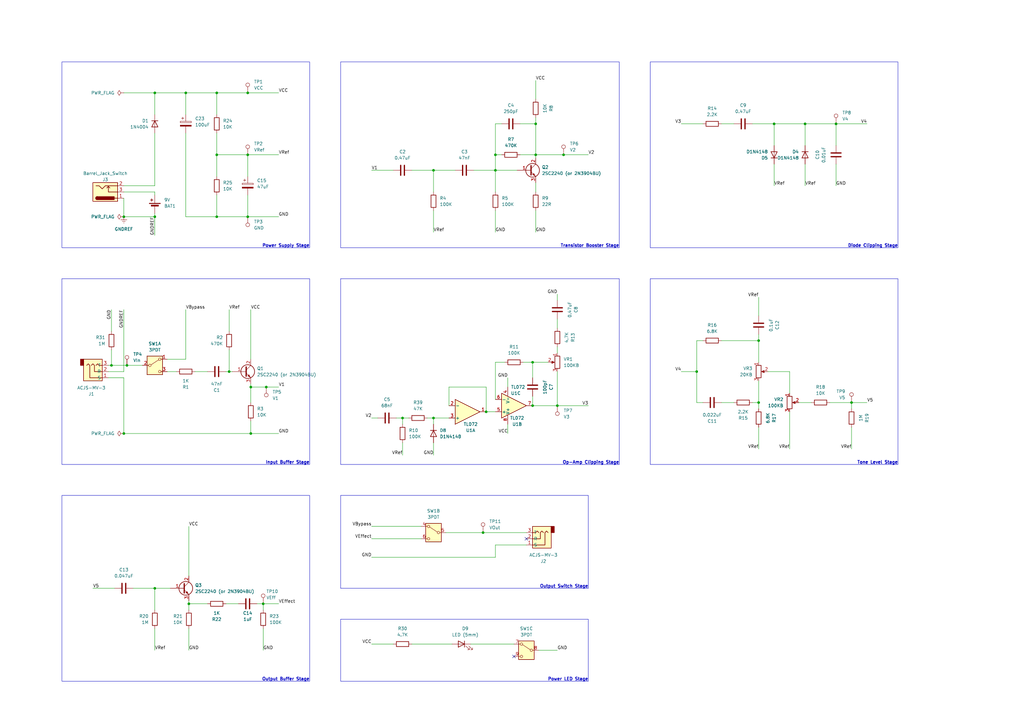
<source format=kicad_sch>
(kicad_sch (version 20230121) (generator eeschema)
  (paper "A3")
  (lib_symbols
    (symbol "Amplifier_Operational:TL072" (pin_names (offset 0.127))
      (property "Reference" "U" (at 0 5.08 0))
      (property "Value" "TL072" (at 0 -5.08 0))
      (symbol "TL072_1_1"
        (polyline (pts (xy -5.08 5.08) (xy 5.08 0) (xy -5.08 -5.08) (xy -5.08 5.08)) (stroke (width 0.254)) (fill (type background)))
        (pin output line (at 7.62 0 180) (length 2.54) (name "~") (number "1"))
        (pin input line (at -7.62 -2.54 0) (length 2.54) (name "-") (number "2"))
        (pin input line (at -7.62 2.54 0) (length 2.54) (name "+") (number "3"))
      )
      (symbol "TL072_2_1"
        (polyline (pts (xy -5.08 5.08) (xy 5.08 0) (xy -5.08 -5.08) (xy -5.08 5.08)) (stroke (width 0.254)) (fill (type background)))
        (pin input line (at -7.62 2.54 0) (length 2.54) (name "+") (number "5"))
        (pin input line (at -7.62 -2.54 0) (length 2.54) (name "-") (number "6"))
        (pin output line (at 7.62 0 180) (length 2.54) (name "~") (number "7"))
      )
      (symbol "TL072_3_1"
        (pin power_in line (at -2.54 -7.62 90) (length 3.81) (name "V-") (number "4"))
        (pin power_in line (at -2.54 7.62 270) (length 3.81) (name "V+") (number "8"))
      )
    )
    (symbol "Connector:Barrel_Jack_Switch" (pin_names hide)
      (property "Reference" "J" (at 0 5.334 0))
      (property "Value" "Barrel_Jack_Switch" (at 0 -5.08 0))
      (symbol "Barrel_Jack_Switch_0_1"
        (rectangle (start -5.08 3.81) (end 5.08 -3.81) (stroke (width 0.254)) (fill (type background)))
        (arc (start -3.302 3.175) (mid -3.9343 2.54) (end -3.302 1.905) (stroke (width 0.254)))
        (arc (start -3.302 3.175) (mid -3.9343 2.54) (end -3.302 1.905) (stroke (width 0.254)) (fill (type outline)))
        (polyline (pts (xy 1.27 -2.286) (xy 1.905 -1.651)) (stroke (width 0.254)))
        (polyline (pts (xy 5.08 2.54) (xy 3.81 2.54)) (stroke (width 0.254)))
        (polyline (pts (xy 5.08 0) (xy 1.27 0) (xy 1.27 -2.286) (xy 0.635 -1.651)) (stroke (width 0.254)))
        (polyline (pts (xy -3.81 -2.54) (xy -2.54 -2.54) (xy -1.27 -1.27) (xy 0 -2.54) (xy 2.54 -2.54) (xy 5.08 -2.54)) (stroke (width 0.254)))
        (rectangle (start 3.683 3.175) (end -3.302 1.905) (stroke (width 0.254)) (fill (type outline)))
      )
      (symbol "Barrel_Jack_Switch_1_1"
        (pin passive line (at 7.62 2.54 180) (length 2.54) (name "~") (number "1"))
        (pin passive line (at 7.62 -2.54 180) (length 2.54) (name "~") (number "2"))
        (pin passive line (at 7.62 0 180) (length 2.54) (name "~") (number "3"))
      )
    )
    (symbol "Connector:TestPoint" (pin_numbers hide) (pin_names (offset 0.762) hide)
      (property "Reference" "TP" (at 0 6.858 0))
      (property "Value" "TestPoint" (at 0 5.08 0))
      (symbol "TestPoint_0_1"
        (circle (center 0 3.302) (radius 0.762))
      )
      (symbol "TestPoint_1_1"
        (pin passive line (at 0 0 90) (length 2.54) (name "1") (number "1"))
      )
    )
    (symbol "CustomSymbols:AudioJack3"
      (property "Reference" "J4" (at -1.905 8.89 0))
      (property "Value" "ACJS-MV-3" (at -1.905 6.35 0))
      (symbol "AudioJack3_0_1"
        (rectangle (start -5.08 -5.08) (end -6.35 -2.54) (stroke (width 0.254)) (fill (type outline)))
        (polyline (pts (xy 0 -2.54) (xy 0.635 -3.175) (xy 1.27 -2.54) (xy 2.54 -2.54)) (stroke (width 0.254)))
        (polyline (pts (xy -1.905 -2.54) (xy -1.27 -3.175) (xy -0.635 -2.54) (xy -0.635 0) (xy 2.54 0)) (stroke (width 0.254)))
        (polyline (pts (xy 2.54 2.54) (xy -2.54 2.54) (xy -2.54 -2.54) (xy -3.175 -3.175) (xy -3.81 -2.54)) (stroke (width 0.254)))
        (rectangle (start 2.54 3.81) (end -5.08 -5.08) (stroke (width 0.254)) (fill (type background)))
      )
      (symbol "AudioJack3_1_1"
        (pin passive line (at 5.08 2.54 180) (length 2.54) (name "S") (number "1"))
        (pin passive line (at 5.08 0 180) (length 2.54) (name "R") (number "2"))
        (pin passive line (at 5.08 -2.54 180) (length 2.54) (name "T") (number "3"))
      )
    )
    (symbol "CustomSymbols:Switch_3PDT_THT"
      (property "Reference" "SW" (at 0 5.08 0))
      (property "Value" "3PDT" (at 0 -5.08 0))
      (symbol "Switch_3PDT_THT_0_0"
        (circle (center -2.032 0) (radius 0.508))
        (circle (center 2.032 -2.54) (radius 0.508))
      )
      (symbol "Switch_3PDT_THT_0_1"
        (rectangle (start -3.175 3.81) (end 3.175 -3.81) (stroke (width 0.254)) (fill (type background)))
        (polyline (pts (xy -1.524 0.254) (xy 1.5748 2.286)))
        (circle (center 2.032 2.54) (radius 0.508))
      )
      (symbol "Switch_3PDT_THT_1_1"
        (pin passive line (at 5.08 2.54 180) (length 2.54) (name "~") (number "1"))
        (pin passive line (at -5.08 0 0) (length 2.54) (name "~") (number "2"))
        (pin passive line (at 5.08 -2.54 180) (length 2.54) (name "~") (number "3"))
      )
      (symbol "Switch_3PDT_THT_2_0"
        (pin passive line (at 5.08 2.54 180) (length 2.54) (name "~") (number "4"))
        (pin passive line (at -5.08 0 0) (length 2.54) (name "~") (number "5"))
        (pin passive line (at 5.08 -2.54 180) (length 2.54) (name "~") (number "6"))
      )
      (symbol "Switch_3PDT_THT_3_0"
        (pin passive line (at 5.08 2.54 180) (length 2.54) (name "~") (number "7"))
        (pin passive line (at -5.08 0 0) (length 2.54) (name "~") (number "8"))
        (pin passive line (at 5.08 -2.54 180) (length 2.54) (name "~") (number "9"))
      )
    )
    (symbol "Device:Battery_Cell" (pin_numbers hide) (pin_names (offset 0) hide)
      (property "Reference" "BT" (at 2.54 2.54 0))
      (property "Value" "Battery_Cell" (at 2.54 0 0))
      (symbol "Battery_Cell_0_1"
        (rectangle (start -2.286 1.778) (end 2.286 1.524) (fill (type outline)))
        (rectangle (start -1.524 1.016) (end 1.524 0.508) (fill (type outline)))
        (polyline (pts (xy 0 0.762) (xy 0 0)))
        (polyline (pts (xy 0 1.778) (xy 0 2.54)))
        (polyline (pts (xy 0.762 3.048) (xy 1.778 3.048)) (stroke (width 0.254)))
        (polyline (pts (xy 1.27 3.556) (xy 1.27 2.54)) (stroke (width 0.254)))
      )
      (symbol "Battery_Cell_1_1"
        (pin passive line (at 0 5.08 270) (length 2.54) (name "+") (number "1"))
        (pin passive line (at 0 -2.54 90) (length 2.54) (name "-") (number "2"))
      )
    )
    (symbol "Device:C" (pin_numbers hide) (pin_names (offset 0.254))
      (property "Reference" "C" (at 0.635 2.54 0))
      (property "Value" "C" (at 0.635 -2.54 0))
      (symbol "C_0_1"
        (polyline (pts (xy -2.032 -0.762) (xy 2.032 -0.762)) (stroke (width 0.508)))
        (polyline (pts (xy -2.032 0.762) (xy 2.032 0.762)) (stroke (width 0.508)))
      )
      (symbol "C_1_1"
        (pin passive line (at 0 3.81 270) (length 2.794) (name "~") (number "1"))
        (pin passive line (at 0 -3.81 90) (length 2.794) (name "~") (number "2"))
      )
    )
    (symbol "Device:C_Polarized" (pin_numbers hide) (pin_names (offset 0.254))
      (property "Reference" "C" (at 0.635 2.54 0))
      (property "Value" "C_Polarized" (at 0.635 -2.54 0))
      (symbol "C_Polarized_0_1"
        (rectangle (start -2.286 0.508) (end 2.286 1.016))
        (polyline (pts (xy -1.778 2.286) (xy -0.762 2.286)))
        (polyline (pts (xy -1.27 2.794) (xy -1.27 1.778)))
        (rectangle (start 2.286 -0.508) (end -2.286 -1.016) (fill (type outline)))
      )
      (symbol "C_Polarized_1_1"
        (pin passive line (at 0 3.81 270) (length 2.794) (name "~") (number "1"))
        (pin passive line (at 0 -3.81 90) (length 2.794) (name "~") (number "2"))
      )
    )
    (symbol "Device:D" (pin_numbers hide) (pin_names (offset 1.016) hide)
      (property "Reference" "D" (at 0 2.54 0))
      (property "Value" "D" (at 0 -2.54 0))
      (symbol "D_0_1"
        (polyline (pts (xy -1.27 1.27) (xy -1.27 -1.27)) (stroke (width 0.254)))
        (polyline (pts (xy 1.27 0) (xy -1.27 0)))
        (polyline (pts (xy 1.27 1.27) (xy 1.27 -1.27) (xy -1.27 0) (xy 1.27 1.27)) (stroke (width 0.254)))
      )
      (symbol "D_1_1"
        (pin passive line (at -3.81 0 0) (length 2.54) (name "K") (number "1"))
        (pin passive line (at 3.81 0 180) (length 2.54) (name "A") (number "2"))
      )
    )
    (symbol "Device:LED" (pin_numbers hide) (pin_names (offset 1.016) hide)
      (property "Reference" "D" (at 0 2.54 0))
      (property "Value" "LED" (at 0 -2.54 0))
      (symbol "LED_0_1"
        (polyline (pts (xy -1.27 -1.27) (xy -1.27 1.27)) (stroke (width 0.254)))
        (polyline (pts (xy -1.27 0) (xy 1.27 0)))
        (polyline (pts (xy 1.27 -1.27) (xy 1.27 1.27) (xy -1.27 0) (xy 1.27 -1.27)) (stroke (width 0.254)))
        (polyline (pts (xy -3.048 -0.762) (xy -4.572 -2.286) (xy -3.81 -2.286) (xy -4.572 -2.286) (xy -4.572 -1.524)))
        (polyline (pts (xy -1.778 -0.762) (xy -3.302 -2.286) (xy -2.54 -2.286) (xy -3.302 -2.286) (xy -3.302 -1.524)))
      )
      (symbol "LED_1_1"
        (pin passive line (at -3.81 0 0) (length 2.54) (name "K") (number "1"))
        (pin passive line (at 3.81 0 180) (length 2.54) (name "A") (number "2"))
      )
    )
    (symbol "Device:Q_NPN_BCE" (pin_names (offset 0) hide)
      (property "Reference" "Q" (at 5.08 1.27 0))
      (property "Value" "Q_NPN_BCE" (at 5.08 -1.27 0))
      (symbol "Q_NPN_BCE_0_1"
        (polyline (pts (xy 0.635 0.635) (xy 2.54 2.54)))
        (polyline (pts (xy 0.635 -0.635) (xy 2.54 -2.54) (xy 2.54 -2.54)))
        (polyline (pts (xy 0.635 1.905) (xy 0.635 -1.905) (xy 0.635 -1.905)) (stroke (width 0.508)))
        (polyline (pts (xy 1.27 -1.778) (xy 1.778 -1.27) (xy 2.286 -2.286) (xy 1.27 -1.778) (xy 1.27 -1.778)) (fill (type outline)))
        (circle (center 1.27 0) (radius 2.8194) (stroke (width 0.254)))
      )
      (symbol "Q_NPN_BCE_1_1"
        (pin input line (at -5.08 0 0) (length 5.715) (name "B") (number "1"))
        (pin passive line (at 2.54 5.08 270) (length 2.54) (name "C") (number "2"))
        (pin passive line (at 2.54 -5.08 90) (length 2.54) (name "E") (number "3"))
      )
    )
    (symbol "Device:R" (pin_numbers hide) (pin_names (offset 0))
      (property "Reference" "R" (at 2.032 0 90))
      (property "Value" "R" (at 0 0 90))
      (symbol "R_0_1"
        (rectangle (start -1.016 -2.54) (end 1.016 2.54) (stroke (width 0.254)))
      )
      (symbol "R_1_1"
        (pin passive line (at 0 3.81 270) (length 1.27) (name "~") (number "1"))
        (pin passive line (at 0 -3.81 90) (length 1.27) (name "~") (number "2"))
      )
    )
    (symbol "Device:R_Potentiometer" (pin_names (offset 1.016) hide)
      (property "Reference" "RV" (at -4.445 0 90))
      (property "Value" "R_Potentiometer" (at -2.54 0 90))
      (symbol "R_Potentiometer_0_1"
        (polyline (pts (xy 2.54 0) (xy 1.524 0)))
        (polyline (pts (xy 1.143 0) (xy 2.286 0.508) (xy 2.286 -0.508) (xy 1.143 0)) (fill (type outline)))
        (rectangle (start 1.016 2.54) (end -1.016 -2.54) (stroke (width 0.254)))
      )
      (symbol "R_Potentiometer_1_1"
        (pin passive line (at 0 3.81 270) (length 1.27) (name "1") (number "1"))
        (pin passive line (at 3.81 0 180) (length 1.27) (name "2") (number "2"))
        (pin passive line (at 0 -3.81 90) (length 1.27) (name "3") (number "3"))
      )
    )
    (symbol "power:GNDREF" (power) (pin_names (offset 0) hide)
      (property "Value" "GNDREF" (at 0 -3.81 0))
      (symbol "GNDREF_0_1"
        (polyline (pts (xy -0.635 -1.905) (xy 0.635 -1.905)))
        (polyline (pts (xy -0.127 -2.54) (xy 0.127 -2.54)))
        (polyline (pts (xy 0 -1.27) (xy 0 0)))
        (polyline (pts (xy 1.27 -1.27) (xy -1.27 -1.27)))
      )
      (symbol "GNDREF_1_1"
        (pin power_in line (at 0 0 270) (length 0) hide (name "GNDREF") (number "1"))
      )
    )
    (symbol "power:PWR_FLAG" (power) (pin_numbers hide) (pin_names (offset 0) hide)
      (property "Value" "PWR_FLAG" (at 0 3.81 0))
      (symbol "PWR_FLAG_0_0"
        (pin power_out line (at 0 0 90) (length 0) (name "pwr") (number "1"))
      )
      (symbol "PWR_FLAG_0_1"
        (polyline (pts (xy 0 0) (xy 0 1.27) (xy -1.016 1.905) (xy 0 2.54) (xy 1.016 1.905) (xy 0 1.27)))
      )
    )
  )
  (junction (at 199.39 168.91))
  (junction (at 63.5 88.9))
  (junction (at 177.8 69.85))
  (junction (at 50.8 88.9))
  (junction (at 109.22 158.75))
  (junction (at 219.71 50.8))
  (junction (at 228.6 166.37))
  (junction (at 63.5 241.3))
  (junction (at 88.9 38.1))
  (junction (at 231.14 63.5))
  (junction (at 198.12 218.44))
  (junction (at 317.5 50.8))
  (junction (at 101.6 88.9))
  (junction (at 50.8 177.8))
  (junction (at 349.25 165.1))
  (junction (at 219.71 63.5))
  (junction (at 330.2 50.8))
  (junction (at 311.15 165.1))
  (junction (at 342.9 50.8))
  (junction (at 203.2 63.5))
  (junction (at 177.8 171.45))
  (junction (at 102.87 177.8))
  (junction (at 77.47 247.65))
  (junction (at 93.98 152.4))
  (junction (at 88.9 63.5))
  (junction (at 63.5 38.1))
  (junction (at 203.2 69.85))
  (junction (at 101.6 63.5))
  (junction (at 88.9 88.9))
  (junction (at 218.44 166.37))
  (junction (at 218.44 148.59))
  (junction (at 311.15 139.7))
  (junction (at 107.95 247.65))
  (junction (at 76.2 38.1))
  (junction (at 45.72 149.86))
  (junction (at 285.75 152.4))
  (junction (at 102.87 158.75))
  (junction (at 52.07 149.86))
  (junction (at 165.1 171.45))
  (junction (at 101.6 38.1))
  (no_connect (at 215.9 220.98))
  (no_connect (at 210.82 269.24))
  (wire (pts (xy 300.99 50.8) (xy 295.91 50.8)))
  (wire (pts (xy 213.36 63.5) (xy 219.71 63.5)))
  (wire (pts (xy 76.2 127) (xy 76.2 147.32)))
  (wire (pts (xy 285.75 139.7) (xy 285.75 152.4)))
  (wire (pts (xy 214.63 148.59) (xy 218.44 148.59)))
  (wire (pts (xy 349.25 167.64) (xy 349.25 165.1)))
  (wire (pts (xy 205.74 50.8) (xy 203.2 50.8)))
  (wire (pts (xy 165.1 171.45) (xy 165.1 173.99)))
  (wire (pts (xy 101.6 63.5) (xy 101.6 72.39)))
  (wire (pts (xy 323.85 152.4) (xy 314.96 152.4)))
  (wire (pts (xy 102.87 127) (xy 102.87 147.32)))
  (wire (pts (xy 93.98 127) (xy 93.98 135.89)))
  (wire (pts (xy 52.07 149.86) (xy 58.42 149.86)))
  (wire (pts (xy 44.45 152.4) (xy 50.8 152.4)))
  (wire (pts (xy 54.61 241.3) (xy 63.5 241.3)))
  (wire (pts (xy 63.5 38.1) (xy 76.2 38.1)))
  (wire (pts (xy 311.15 165.1) (xy 311.15 167.64)))
  (wire (pts (xy 349.25 165.1) (xy 340.36 165.1)))
  (wire (pts (xy 218.44 162.56) (xy 218.44 166.37)))
  (wire (pts (xy 330.2 50.8) (xy 317.5 50.8)))
  (wire (pts (xy 92.71 247.65) (xy 97.79 247.65)))
  (wire (pts (xy 330.2 67.31) (xy 330.2 76.2)))
  (wire (pts (xy 317.5 67.31) (xy 317.5 76.2)))
  (wire (pts (xy 45.72 149.86) (xy 52.07 149.86)))
  (wire (pts (xy 109.22 158.75) (xy 114.3 158.75)))
  (wire (pts (xy 219.71 50.8) (xy 219.71 63.5)))
  (wire (pts (xy 207.01 148.59) (xy 203.2 148.59)))
  (wire (pts (xy 177.8 171.45) (xy 177.8 173.99)))
  (wire (pts (xy 311.15 139.7) (xy 311.15 148.59)))
  (wire (pts (xy 88.9 54.61) (xy 88.9 63.5)))
  (wire (pts (xy 349.25 165.1) (xy 355.6 165.1)))
  (wire (pts (xy 102.87 157.48) (xy 102.87 158.75)))
  (wire (pts (xy 184.15 158.75) (xy 199.39 158.75)))
  (wire (pts (xy 228.6 152.4) (xy 228.6 166.37)))
  (wire (pts (xy 342.9 50.8) (xy 342.9 59.69)))
  (wire (pts (xy 203.2 223.52) (xy 215.9 223.52)))
  (wire (pts (xy 152.4 69.85) (xy 161.29 69.85)))
  (wire (pts (xy 177.8 69.85) (xy 177.8 78.74)))
  (wire (pts (xy 63.5 76.2) (xy 63.5 54.61)))
  (wire (pts (xy 177.8 171.45) (xy 184.15 171.45)))
  (wire (pts (xy 330.2 50.8) (xy 342.9 50.8)))
  (wire (pts (xy 93.98 143.51) (xy 93.98 152.4)))
  (wire (pts (xy 219.71 63.5) (xy 231.14 63.5)))
  (wire (pts (xy 228.6 130.81) (xy 228.6 134.62)))
  (wire (pts (xy 102.87 172.72) (xy 102.87 177.8)))
  (wire (pts (xy 101.6 63.5) (xy 114.3 63.5)))
  (wire (pts (xy 152.4 215.9) (xy 172.72 215.9)))
  (wire (pts (xy 323.85 168.91) (xy 323.85 184.15)))
  (wire (pts (xy 45.72 127) (xy 45.72 135.89)))
  (wire (pts (xy 208.28 177.8) (xy 208.28 173.99)))
  (wire (pts (xy 107.95 247.65) (xy 114.3 247.65)))
  (wire (pts (xy 76.2 38.1) (xy 76.2 46.99)))
  (wire (pts (xy 218.44 148.59) (xy 218.44 154.94)))
  (wire (pts (xy 76.2 147.32) (xy 68.58 147.32)))
  (wire (pts (xy 323.85 161.29) (xy 323.85 152.4)))
  (wire (pts (xy 68.58 152.4) (xy 72.39 152.4)))
  (wire (pts (xy 219.71 48.26) (xy 219.71 50.8)))
  (wire (pts (xy 63.5 241.3) (xy 69.85 241.3)))
  (wire (pts (xy 152.4 171.45) (xy 154.94 171.45)))
  (wire (pts (xy 63.5 87.63) (xy 63.5 88.9)))
  (wire (pts (xy 77.47 215.9) (xy 77.47 236.22)))
  (wire (pts (xy 203.2 148.59) (xy 203.2 163.83)))
  (wire (pts (xy 184.15 166.37) (xy 184.15 158.75)))
  (wire (pts (xy 102.87 158.75) (xy 109.22 158.75)))
  (wire (pts (xy 203.2 50.8) (xy 203.2 63.5)))
  (wire (pts (xy 77.47 257.81) (xy 77.47 266.7)))
  (wire (pts (xy 288.29 139.7) (xy 285.75 139.7)))
  (wire (pts (xy 63.5 78.74) (xy 63.5 80.01)))
  (wire (pts (xy 38.1 241.3) (xy 46.99 241.3)))
  (wire (pts (xy 308.61 165.1) (xy 311.15 165.1)))
  (wire (pts (xy 165.1 171.45) (xy 167.64 171.45)))
  (wire (pts (xy 285.75 152.4) (xy 285.75 165.1)))
  (wire (pts (xy 50.8 177.8) (xy 102.87 177.8)))
  (wire (pts (xy 203.2 69.85) (xy 212.09 69.85)))
  (wire (pts (xy 162.56 171.45) (xy 165.1 171.45)))
  (wire (pts (xy 317.5 50.8) (xy 308.61 50.8)))
  (wire (pts (xy 177.8 86.36) (xy 177.8 95.25)))
  (wire (pts (xy 76.2 54.61) (xy 76.2 88.9)))
  (wire (pts (xy 228.6 142.24) (xy 228.6 144.78)))
  (wire (pts (xy 77.47 246.38) (xy 77.47 247.65)))
  (wire (pts (xy 152.4 228.6) (xy 203.2 228.6)))
  (wire (pts (xy 63.5 96.52) (xy 63.5 88.9)))
  (wire (pts (xy 285.75 165.1) (xy 288.29 165.1)))
  (wire (pts (xy 349.25 175.26) (xy 349.25 184.15)))
  (wire (pts (xy 76.2 88.9) (xy 88.9 88.9)))
  (wire (pts (xy 177.8 181.61) (xy 177.8 186.69)))
  (wire (pts (xy 228.6 266.7) (xy 220.98 266.7)))
  (wire (pts (xy 311.15 156.21) (xy 311.15 165.1)))
  (wire (pts (xy 101.6 38.1) (xy 88.9 38.1)))
  (wire (pts (xy 105.41 247.65) (xy 107.95 247.65)))
  (wire (pts (xy 88.9 88.9) (xy 101.6 88.9)))
  (wire (pts (xy 199.39 168.91) (xy 203.2 168.91)))
  (wire (pts (xy 102.87 177.8) (xy 114.3 177.8)))
  (wire (pts (xy 228.6 166.37) (xy 241.3 166.37)))
  (wire (pts (xy 88.9 80.01) (xy 88.9 88.9)))
  (wire (pts (xy 194.31 69.85) (xy 203.2 69.85)))
  (wire (pts (xy 101.6 38.1) (xy 114.3 38.1)))
  (wire (pts (xy 50.8 88.9) (xy 63.5 88.9)))
  (wire (pts (xy 92.71 152.4) (xy 93.98 152.4)))
  (wire (pts (xy 288.29 50.8) (xy 279.4 50.8)))
  (wire (pts (xy 107.95 247.65) (xy 107.95 250.19)))
  (wire (pts (xy 311.15 137.16) (xy 311.15 139.7)))
  (wire (pts (xy 219.71 33.02) (xy 219.71 40.64)))
  (wire (pts (xy 295.91 165.1) (xy 300.99 165.1)))
  (wire (pts (xy 50.8 76.2) (xy 63.5 76.2)))
  (wire (pts (xy 152.4 264.16) (xy 161.29 264.16)))
  (wire (pts (xy 203.2 228.6) (xy 203.2 223.52)))
  (wire (pts (xy 208.28 158.75) (xy 208.28 154.94)))
  (wire (pts (xy 203.2 86.36) (xy 203.2 95.25)))
  (wire (pts (xy 213.36 50.8) (xy 219.71 50.8)))
  (wire (pts (xy 102.87 158.75) (xy 102.87 165.1)))
  (wire (pts (xy 228.6 166.37) (xy 218.44 166.37)))
  (wire (pts (xy 311.15 175.26) (xy 311.15 184.15)))
  (wire (pts (xy 193.04 264.16) (xy 210.82 264.16)))
  (wire (pts (xy 203.2 63.5) (xy 203.2 69.85)))
  (wire (pts (xy 231.14 63.5) (xy 241.3 63.5)))
  (wire (pts (xy 285.75 152.4) (xy 279.4 152.4)))
  (wire (pts (xy 219.71 74.93) (xy 219.71 78.74)))
  (wire (pts (xy 165.1 181.61) (xy 165.1 186.69)))
  (wire (pts (xy 327.66 165.1) (xy 332.74 165.1)))
  (wire (pts (xy 50.8 127) (xy 50.8 152.4)))
  (wire (pts (xy 88.9 63.5) (xy 88.9 72.39)))
  (wire (pts (xy 168.91 69.85) (xy 177.8 69.85)))
  (wire (pts (xy 218.44 148.59) (xy 224.79 148.59)))
  (wire (pts (xy 317.5 59.69) (xy 317.5 50.8)))
  (wire (pts (xy 76.2 38.1) (xy 88.9 38.1)))
  (wire (pts (xy 93.98 152.4) (xy 95.25 152.4)))
  (wire (pts (xy 205.74 63.5) (xy 203.2 63.5)))
  (wire (pts (xy 199.39 158.75) (xy 199.39 168.91)))
  (wire (pts (xy 228.6 120.65) (xy 228.6 123.19)))
  (wire (pts (xy 107.95 257.81) (xy 107.95 266.7)))
  (wire (pts (xy 77.47 247.65) (xy 85.09 247.65)))
  (wire (pts (xy 175.26 171.45) (xy 177.8 171.45)))
  (wire (pts (xy 63.5 46.99) (xy 63.5 38.1)))
  (wire (pts (xy 44.45 154.94) (xy 50.8 154.94)))
  (wire (pts (xy 88.9 38.1) (xy 88.9 46.99)))
  (wire (pts (xy 45.72 143.51) (xy 45.72 149.86)))
  (wire (pts (xy 50.8 154.94) (xy 50.8 177.8)))
  (wire (pts (xy 88.9 63.5) (xy 101.6 63.5)))
  (wire (pts (xy 50.8 78.74) (xy 63.5 78.74)))
  (wire (pts (xy 101.6 80.01) (xy 101.6 88.9)))
  (wire (pts (xy 342.9 50.8) (xy 355.6 50.8)))
  (wire (pts (xy 101.6 88.9) (xy 114.3 88.9)))
  (wire (pts (xy 198.12 218.44) (xy 215.9 218.44)))
  (wire (pts (xy 168.91 264.16) (xy 185.42 264.16)))
  (wire (pts (xy 80.01 152.4) (xy 85.09 152.4)))
  (wire (pts (xy 177.8 69.85) (xy 186.69 69.85)))
  (wire (pts (xy 63.5 257.81) (xy 63.5 266.7)))
  (wire (pts (xy 311.15 139.7) (xy 295.91 139.7)))
  (wire (pts (xy 152.4 220.98) (xy 172.72 220.98)))
  (wire (pts (xy 182.88 218.44) (xy 198.12 218.44)))
  (wire (pts (xy 203.2 69.85) (xy 203.2 78.74)))
  (wire (pts (xy 219.71 86.36) (xy 219.71 95.25)))
  (wire (pts (xy 342.9 67.31) (xy 342.9 76.2)))
  (wire (pts (xy 44.45 149.86) (xy 45.72 149.86)))
  (wire (pts (xy 50.8 81.28) (xy 50.8 88.9)))
  (wire (pts (xy 50.8 38.1) (xy 63.5 38.1)))
  (wire (pts (xy 219.71 63.5) (xy 219.71 64.77)))
  (wire (pts (xy 311.15 121.92) (xy 311.15 129.54)))
  (wire (pts (xy 63.5 241.3) (xy 63.5 250.19)))
  (wire (pts (xy 330.2 59.69) (xy 330.2 50.8)))
  (wire (pts (xy 77.47 247.65) (xy 77.47 250.19)))
  (rectangle (start 25.4 203.2) (end 127 279.4))
  (rectangle (start 139.7 203.2) (end 241.3 241.3))
  (rectangle (start 139.7 254) (end 241.3 279.4))
  (rectangle (start 139.7 25.4) (end 254 101.6))
  (rectangle (start 25.4 114.3) (end 127 190.5))
  (rectangle (start 139.7 114.3) (end 254 190.5))
  (rectangle (start 266.7 114.3) (end 368.3 190.5))
  (rectangle (start 266.7 25.4) (end 368.3 101.6))
  (rectangle (start 25.4 25.4) (end 127 101.6))
  (text "Output Switch Stage" (at 241.3 241.3 0) (effects (font (size 1.27 1.27) (thickness 0.254) bold) (justify right bottom)))
  (text "Input Buffer Stage" (at 127 190.5 0) (effects (font (size 1.27 1.27) (thickness 0.254) bold) (justify right bottom)))
  (text "Power LED Stage" (at 241.3 279.4 0) (effects (font (size 1.27 1.27) bold) (justify right bottom)))
  (text "Diode Clipping Stage" (at 368.3 101.6 0) (effects (font (size 1.27 1.27) (thickness 0.254) bold) (justify right bottom)))
  (text "Tone Level Stage" (at 368.3 190.5 0) (effects (font (size 1.27 1.27) (thickness 0.254) bold) (justify right bottom)))
  (text "Op-Amp Clipping Stage" (at 254 190.5 0) (effects (font (size 1.27 1.27) bold) (justify right bottom)))
  (text "Power Supply Stage" (at 127 101.6 0) (effects (font (size 1.27 1.27) (thickness 0.254) bold) (justify right bottom)))
  (text "Transistor Booster Stage" (at 254 101.6 0) (effects (font (size 1.27 1.27) (thickness 0.254) bold) (justify right bottom)))
  (text "Output Buffer Stage" (at 127 279.4 0) (effects (font (size 1.27 1.27) (thickness 0.254) bold) (justify right bottom)))
  (label "VRef" (at 177.8 95.25 0))
  (label "GNDREF" (at 63.5 96.52 90))
  (label "V4" (at 355.6 50.8 180))
  (label "GND" (at 177.8 186.69 180))
  (label "VBypass" (at 152.4 215.9 180))
  (label "VCC" (at 219.71 33.02 0))
  (label "V2" (at 152.4 171.45 180))
  (label "VRef" (at 330.2 76.2 0))
  (label "GND" (at 342.9 76.2 0))
  (label "GND" (at 203.2 95.25 0))
  (label "GND" (at 107.95 266.7 0))
  (label "VBypass" (at 76.2 127 0))
  (label "VEffect" (at 114.3 247.65 0))
  (label "GNDREF" (at 50.8 127 270))
  (label "VRef" (at 311.15 121.92 180))
  (label "VRef" (at 114.3 63.5 0))
  (label "GND" (at 114.3 88.9 0))
  (label "V1" (at 152.4 69.85 0))
  (label "VCC" (at 102.87 127 0))
  (label "V5" (at 38.1 241.3 0))
  (label "GND" (at 228.6 120.65 180))
  (label "GND" (at 228.6 266.7 0))
  (label "V3" (at 279.4 50.8 180))
  (label "GND" (at 219.71 95.25 0))
  (label "V2" (at 241.3 63.5 0))
  (label "GND" (at 77.47 266.7 0))
  (label "VEffect" (at 152.4 220.98 180))
  (label "V1" (at 114.3 158.75 0))
  (label "VCC" (at 114.3 38.1 0))
  (label "GND" (at 208.28 154.94 180))
  (label "V3" (at 241.3 166.37 180))
  (label "V5" (at 355.6 165.1 0))
  (label "GND" (at 114.3 177.8 0))
  (label "GND" (at 45.72 127 270))
  (label "VCC" (at 77.47 215.9 0))
  (label "VRef" (at 311.15 184.15 180))
  (label "VCC" (at 152.4 264.16 180))
  (label "VRef" (at 317.5 76.2 0))
  (label "VRef" (at 93.98 127 0))
  (label "GND" (at 152.4 228.6 180))
  (label "VCC" (at 208.28 177.8 180))
  (label "VRef" (at 349.25 184.15 180))
  (label "VRef" (at 165.1 186.69 180))
  (label "VRef" (at 323.85 184.15 180))
  (label "VRef" (at 63.5 266.7 0))
  (label "V4" (at 279.4 152.4 180))
  (symbol (lib_id "Device:R") (at 228.6 138.43 0) (mirror x) (unit 1)
    (property "Reference" "R13" (at 234.95 138.43 90))
    (property "Value" "4.7K" (at 232.41 138.43 90))
    (property "Footprint" "Resistor_THT:R_Axial_DIN0207_L6.3mm_D2.5mm_P7.62mm_Horizontal" (effects hide))
    (property "Datasheet" "https://www.yageo.com/upload/media/product/app/datasheet/lr/yageo-mfr_datasheet.pdf" (effects hide))
  )
  (symbol (lib_id "Device:C_Polarized") (at 101.6 76.2 0) (unit 1)
    (property "Reference" "C15" (at 105.41 74.041 0) (effects (justify left)))
    (property "Value" "47uF" (at 105.41 76.581 0) (effects (justify left)))
    (property "Footprint" "Capacitor_THT:C_Radial_D5.0mm_H11.0mm_P2.00mm" (effects hide))
    (property "Datasheet" "https://industrial.panasonic.com/cdbs/www-data/pdf/RDF0000/ABA0000C1215.pdf" (effects hide))
  )
  (symbol (lib_id "CustomSymbols:AudioJack3") (at 220.98 220.98 180) (unit 1)
    (property "Reference" "J2" (at 222.885 230.1779 0))
    (property "Value" "ACJS-MV-3" (at 222.885 227.6379 0))
    (property "Footprint" "Connector_JST:JST_PH_S3B-PH-K_1x03_P2.00mm_Horizontal" (effects hide))
    (property "Datasheet" "https://www.amphenol-sine.com/pdf/datasheet/ACJS-MV-3.pdf" (effects hide))
  )
  (symbol (lib_id "Device:C") (at 292.1 165.1 270) (unit 1)
    (property "Reference" "C11" (at 292.1 172.72 90))
    (property "Value" "0.022uF" (at 292.1 170.18 90))
    (property "Footprint" "CustomFootprints:C_Disc_D5.1mm_W3.2mm_P2.54mm" (effects hide))
    (property "Datasheet" "https://content.kemet.com/datasheets/KEM_C1051_GOLDMAX_Z5U.pdf" (effects hide))
  )
  (symbol (lib_id "Connector:TestPoint") (at 101.6 88.9 180) (unit 1)
    (property "Reference" "TP3" (at 104.14 90.932 0) (effects (justify right)))
    (property "Value" "GND" (at 104.14 93.472 0) (effects (justify right)))
    (property "Footprint" "TestPoint:TestPoint_THTPad_1.5x1.5mm_Drill0.7mm" (effects hide))
  )
  (symbol (lib_id "CustomSymbols:Switch_3PDT_THT") (at 215.9 266.7 0) (mirror y) (unit 3)
    (property "Reference" "SW1" (at 215.9 257.81 0))
    (property "Value" "3PDT" (at 215.9 260.35 0))
    (property "Footprint" "Connector_JST:JST_PH_B9B-PH-K_1x09_P2.00mm_Vertical" (effects hide))
    (property "Datasheet" "https://www.e-switch.com/wp-content/uploads/2022/06/FS5700.pdf" (effects hide))
  )
  (symbol (lib_id "Device:R") (at 63.5 254 0) (mirror x) (unit 1)
    (property "Reference" "R20" (at 60.96 252.73 0) (effects (justify right)))
    (property "Value" "1M" (at 60.96 255.27 0) (effects (justify right)))
    (property "Footprint" "Resistor_THT:R_Axial_DIN0207_L6.3mm_D2.5mm_P7.62mm_Horizontal" (effects hide))
    (property "Datasheet" "https://www.yageo.com/upload/media/product/app/datasheet/lr/yageo-mfr_datasheet.pdf" (effects hide))
  )
  (symbol (lib_id "Device:R") (at 107.95 254 180) (unit 1)
    (property "Reference" "R23" (at 110.49 252.73 0) (effects (justify right)))
    (property "Value" "100K" (at 110.49 255.27 0) (effects (justify right)))
    (property "Footprint" "Resistor_THT:R_Axial_DIN0207_L6.3mm_D2.5mm_P7.62mm_Horizontal" (effects hide))
    (property "Datasheet" "https://www.yageo.com/upload/media/product/app/datasheet/lr/yageo-mfr_datasheet.pdf" (effects hide))
  )
  (symbol (lib_id "power:PWR_FLAG") (at 50.8 88.9 90) (unit 1)
    (property "Reference" "#FLG03" (effects hide))
    (property "Value" "PWR_FLAG" (at 46.99 88.9 90) (effects (justify left)))
  )
  (symbol (lib_id "Device:R") (at 304.8 165.1 90) (mirror x) (unit 1)
    (property "Reference" "R15" (at 304.8 171.45 90))
    (property "Value" "2.2K" (at 304.8 168.91 90))
    (property "Footprint" "Resistor_THT:R_Axial_DIN0207_L6.3mm_D2.5mm_P7.62mm_Horizontal" (effects hide))
    (property "Datasheet" "https://www.yageo.com/upload/media/product/app/datasheet/lr/yageo-mfr_datasheet.pdf" (effects hide))
  )
  (symbol (lib_id "Device:C") (at 311.15 133.35 0) (unit 1)
    (property "Reference" "C12" (at 318.77 133.35 90))
    (property "Value" "0.1uF" (at 316.23 133.35 90))
    (property "Footprint" "CustomFootprints:C_Disc_D5.1mm_W3.2mm_P2.54mm" (effects hide))
    (property "Datasheet" "https://content.kemet.com/datasheets/KEM_C1051_GOLDMAX_Z5U.pdf" (effects hide))
  )
  (symbol (lib_id "Device:R") (at 77.47 254 0) (mirror x) (unit 1)
    (property "Reference" "R21" (at 74.93 252.73 0) (effects (justify right)))
    (property "Value" "10K" (at 74.93 255.27 0) (effects (justify right)))
    (property "Footprint" "Resistor_THT:R_Axial_DIN0207_L6.3mm_D2.5mm_P7.62mm_Horizontal" (effects hide))
    (property "Datasheet" "https://www.yageo.com/upload/media/product/app/datasheet/lr/yageo-mfr_datasheet.pdf" (effects hide))
  )
  (symbol (lib_id "Device:R") (at 336.55 165.1 90) (unit 1)
    (property "Reference" "R18" (at 336.55 158.75 90))
    (property "Value" "10K" (at 336.55 161.29 90))
    (property "Footprint" "Resistor_THT:R_Axial_DIN0207_L6.3mm_D2.5mm_P7.62mm_Horizontal" (effects hide))
    (property "Datasheet" "https://www.yageo.com/upload/media/product/app/datasheet/lr/yageo-mfr_datasheet.pdf" (effects hide))
  )
  (symbol (lib_id "Device:R") (at 171.45 171.45 90) (unit 1)
    (property "Reference" "R39" (at 171.45 165.1 90))
    (property "Value" "47K" (at 171.45 167.64 90))
    (property "Footprint" "Resistor_THT:R_Axial_DIN0207_L6.3mm_D2.5mm_P7.62mm_Horizontal" (effects hide))
    (property "Datasheet" "https://www.yageo.com/upload/media/product/app/datasheet/lr/yageo-mfr_datasheet.pdf" (effects hide))
  )
  (symbol (lib_id "Device:C_Polarized") (at 76.2 50.8 0) (unit 1)
    (property "Reference" "C23" (at 80.01 48.641 0) (effects (justify left)))
    (property "Value" "100uF" (at 80.01 51.181 0) (effects (justify left)))
    (property "Footprint" "Capacitor_THT:C_Radial_D5.0mm_H11.0mm_P2.00mm" (effects hide))
    (property "Datasheet" "https://industrial.panasonic.com/cdbs/www-data/pdf/RDF0000/ABA0000C1215.pdf" (effects hide))
  )
  (symbol (lib_id "Device:R") (at 209.55 63.5 270) (unit 1)
    (property "Reference" "R7" (at 209.55 57.15 90))
    (property "Value" "470K" (at 209.55 59.69 90))
    (property "Footprint" "Resistor_THT:R_Axial_DIN0207_L6.3mm_D2.5mm_P7.62mm_Horizontal" (effects hide))
    (property "Datasheet" "https://www.yageo.com/upload/media/product/app/datasheet/lr/yageo-mfr_datasheet.pdf" (effects hide))
  )
  (symbol (lib_id "power:PWR_FLAG") (at 50.8 38.1 90) (unit 1)
    (property "Reference" "#FLG01" (effects hide))
    (property "Value" "PWR_FLAG" (at 46.99 38.1 90) (effects (justify left)))
  )
  (symbol (lib_id "Device:Battery_Cell") (at 63.5 85.09 0) (mirror y) (unit 1) (on_board no)
    (property "Reference" "BAT1" (at 67.31 84.5185 0) (effects (justify right)))
    (property "Value" "9V" (at 67.31 81.9785 0) (effects (justify right)))
    (property "Footprint" "Connector_JST:JST_PH_B2B-PH-K_1x02_P2.00mm_Vertical" (effects hide))
    (property "Datasheet" "https://www.keyelco.com/userAssets/file/M65p30.pdf" (effects hide))
  )
  (symbol (lib_id "Amplifier_Operational:TL072") (at 191.77 168.91 0) (mirror x) (unit 1)
    (property "Reference" "U1" (at 193.04 176.53 0))
    (property "Value" "TL072" (at 193.04 173.99 0))
    (property "Footprint" "Package_DIP:DIP-8_W7.62mm_Socket_LongPads" (effects hide))
    (property "Datasheet" "https://www.digikey.com/en/products/detail/cnc-tech/245-08-1-03/3441579?gclsrc=aw.ds&gad_source=1&gad_campaignid=20470400566&gclid=Cj0KCQjwotDBBhCQARIsAG5pinNN3XiTUZA3Q8ea3b0ZUBv1mz7Oo96MweJ4CF1stgXSS2dEkli2ZrgaAnSyEALw_wcB" (effects hide))
  )
  (symbol (lib_id "Device:R") (at 165.1 177.8 180) (unit 1)
    (property "Reference" "R10" (at 167.64 176.53 0) (effects (justify right)))
    (property "Value" "100K" (at 167.64 179.07 0) (effects (justify right)))
    (property "Footprint" "Resistor_THT:R_Axial_DIN0207_L6.3mm_D2.5mm_P7.62mm_Horizontal" (effects hide))
    (property "Datasheet" "https://www.yageo.com/upload/media/product/app/datasheet/lr/yageo-mfr_datasheet.pdf" (effects hide))
  )
  (symbol (lib_id "Connector:TestPoint") (at 231.14 63.5 0) (unit 1)
    (property "Reference" "TP6" (at 233.68 58.928 0) (effects (justify left)))
    (property "Value" "V2" (at 233.68 61.468 0) (effects (justify left)))
    (property "Footprint" "TestPoint:TestPoint_THTPad_1.5x1.5mm_Drill0.7mm" (effects hide))
  )
  (symbol (lib_id "Device:C") (at 101.6 247.65 90) (unit 1)
    (property "Reference" "C14" (at 101.6 251.46 90))
    (property "Value" "1uF" (at 101.6 254 90))
    (property "Footprint" "CustomFootprints:C_Disc_D5.1mm_W3.2mm_P2.54mm" (effects hide))
    (property "Datasheet" "https://content.kemet.com/datasheets/KEM_C1051_GOLDMAX_Z5U.pdf" (effects hide))
  )
  (symbol (lib_id "Device:D") (at 177.8 177.8 270) (unit 1)
    (property "Reference" "D8" (at 180.34 176.53 90) (effects (justify left)))
    (property "Value" "D1N4148" (at 180.34 179.07 90) (effects (justify left)))
    (property "Footprint" "Diode_THT:D_DO-35_SOD27_P7.62mm_Horizontal" (effects hide))
    (property "Datasheet" "https://www.onsemi.com/download/data-sheet/pdf/1n914-d.pdf" (effects hide))
    (property "Sim.Device" "D" (effects hide))
    (property "Sim.Pins" "1=K 2=A" (effects hide))
  )
  (symbol (lib_id "Device:R") (at 203.2 82.55 0) (unit 1)
    (property "Reference" "R5" (at 205.74 81.28 0) (effects (justify left)))
    (property "Value" "100K" (at 205.74 83.82 0) (effects (justify left)))
    (property "Footprint" "Resistor_THT:R_Axial_DIN0207_L6.3mm_D2.5mm_P7.62mm_Horizontal" (effects hide))
    (property "Datasheet" "https://www.yageo.com/upload/media/product/app/datasheet/lr/yageo-mfr_datasheet.pdf" (effects hide))
  )
  (symbol (lib_id "Device:R") (at 292.1 50.8 90) (mirror x) (unit 1)
    (property "Reference" "R14" (at 292.1 44.45 90))
    (property "Value" "2.2K" (at 292.1 46.99 90))
    (property "Footprint" "Resistor_THT:R_Axial_DIN0207_L6.3mm_D2.5mm_P7.62mm_Horizontal" (effects hide))
    (property "Datasheet" "https://www.yageo.com/upload/media/product/app/datasheet/lr/yageo-mfr_datasheet.pdf" (effects hide))
  )
  (symbol (lib_id "Device:C") (at 88.9 152.4 90) (mirror x) (unit 1)
    (property "Reference" "C1" (at 88.9 160.02 90))
    (property "Value" "47nF" (at 88.9 157.48 90))
    (property "Footprint" "CustomFootprints:C_Disc_D5.1mm_W3.2mm_P2.54mm" (effects hide))
    (property "Datasheet" "https://content.kemet.com/datasheets/KEM_C1051_GOLDMAX_Z5U.pdf" (effects hide))
  )
  (symbol (lib_id "Connector:TestPoint") (at 198.12 218.44 0) (unit 1)
    (property "Reference" "TP11" (at 200.66 213.868 0) (effects (justify left)))
    (property "Value" "VOut" (at 200.66 216.408 0) (effects (justify left)))
    (property "Footprint" "TestPoint:TestPoint_THTPad_1.5x1.5mm_Drill0.7mm" (effects hide))
  )
  (symbol (lib_id "Device:R") (at 45.72 139.7 0) (mirror x) (unit 1)
    (property "Reference" "R31" (at 43.18 138.43 0) (effects (justify right)))
    (property "Value" "1M" (at 43.18 140.97 0) (effects (justify right)))
    (property "Footprint" "Resistor_THT:R_Axial_DIN0207_L6.3mm_D2.5mm_P7.62mm_Horizontal" (effects hide))
    (property "Datasheet" "https://www.yageo.com/upload/media/product/app/datasheet/lr/yageo-mfr_datasheet.pdf" (effects hide))
  )
  (symbol (lib_id "Device:D") (at 317.5 63.5 90) (unit 1)
    (property "Reference" "D5" (at 314.96 64.77 90) (effects (justify left)))
    (property "Value" "D1N4148" (at 314.96 62.23 90) (effects (justify left)))
    (property "Footprint" "Diode_THT:D_DO-35_SOD27_P7.62mm_Horizontal" (effects hide))
    (property "Datasheet" "https://www.onsemi.com/download/data-sheet/pdf/1n914-d.pdf" (effects hide))
    (property "Sim.Device" "D" (effects hide))
    (property "Sim.Pins" "1=K 2=A" (effects hide))
  )
  (symbol (lib_id "Connector:TestPoint") (at 101.6 63.5 0) (unit 1)
    (property "Reference" "TP2" (at 104.14 58.928 0) (effects (justify left)))
    (property "Value" "VRef" (at 104.14 61.468 0) (effects (justify left)))
    (property "Footprint" "TestPoint:TestPoint_THTPad_1.5x1.5mm_Drill0.7mm" (effects hide))
  )
  (symbol (lib_id "Device:C") (at 209.55 50.8 90) (unit 1)
    (property "Reference" "C4" (at 209.55 43.18 90))
    (property "Value" "250pF" (at 209.55 45.72 90))
    (property "Footprint" "CustomFootprints:C_Disc_D5.1mm_W3.2mm_P2.54mm" (effects hide))
    (property "Datasheet" "https://content.kemet.com/datasheets/KEM_C1051_GOLDMAX_Z5U.pdf" (effects hide))
  )
  (symbol (lib_id "Device:C") (at 158.75 171.45 90) (unit 1)
    (property "Reference" "C5" (at 158.75 163.83 90))
    (property "Value" "68nF" (at 158.75 166.37 90))
    (property "Footprint" "CustomFootprints:C_Disc_D5.1mm_W3.2mm_P2.54mm" (effects hide))
    (property "Datasheet" "https://content.kemet.com/datasheets/KEM_C1051_GOLDMAX_Z5U.pdf" (effects hide))
  )
  (symbol (lib_id "Device:R") (at 165.1 264.16 90) (unit 1)
    (property "Reference" "R30" (at 165.1 257.81 90))
    (property "Value" "4.7K" (at 165.1 260.35 90))
    (property "Footprint" "Resistor_THT:R_Axial_DIN0207_L6.3mm_D2.5mm_P7.62mm_Horizontal" (effects hide))
    (property "Datasheet" "https://www.yageo.com/upload/media/product/app/datasheet/lr/yageo-mfr_datasheet.pdf" (effects hide))
  )
  (symbol (lib_id "Device:R") (at 93.98 139.7 0) (mirror x) (unit 1)
    (property "Reference" "R2" (at 91.44 138.43 0) (effects (justify right)))
    (property "Value" "470K" (at 91.44 140.97 0) (effects (justify right)))
    (property "Footprint" "Resistor_THT:R_Axial_DIN0207_L6.3mm_D2.5mm_P7.62mm_Horizontal" (effects hide))
    (property "Datasheet" "https://www.yageo.com/upload/media/product/app/datasheet/lr/yageo-mfr_datasheet.pdf" (effects hide))
  )
  (symbol (lib_id "Device:R_Potentiometer") (at 323.85 165.1 0) (unit 1)
    (property "Reference" "VR2" (at 321.31 163.83 0) (effects (justify right)))
    (property "Value" "100KB" (at 321.31 166.37 0) (effects (justify right)))
    (property "Footprint" "Connector_JST:JST_PH_S3B-PH-K_1x03_P2.00mm_Horizontal" (effects hide))
    (property "Datasheet" "https://www.jst-mfg.com/product/pdf/eng/ePH.pdf" (effects hide))
  )
  (symbol (lib_id "CustomSymbols:Switch_3PDT_THT") (at 63.5 149.86 0) (unit 1)
    (property "Reference" "SW1" (at 63.5 140.97 0))
    (property "Value" "3PDT" (at 63.5 143.51 0))
    (property "Footprint" "Connector_JST:JST_PH_B9B-PH-K_1x09_P2.00mm_Vertical" (effects hide))
    (property "Datasheet" "https://www.e-switch.com/wp-content/uploads/2022/06/FS5700.pdf" (effects hide))
  )
  (symbol (lib_id "Connector:Barrel_Jack_Switch") (at 43.18 78.74 0) (mirror x) (unit 1)
    (property "Reference" "J3" (at 43.18 73.66 0))
    (property "Value" "Barrel_Jack_Switch" (at 43.18 71.12 0))
    (property "Footprint" "Connector_JST:JST_PH_S3B-PH-K_1x03_P2.00mm_Horizontal" (effects hide))
    (property "Datasheet" "https://www.sameskydevices.com/product/resource/pj-011a.pdf" (effects hide))
  )
  (symbol (lib_id "Device:Q_NPN_BCE") (at 74.93 241.3 0) (unit 1)
    (property "Reference" "Q3" (at 80.01 240.03 0) (effects (justify left)))
    (property "Value" "2SC2240 (or 2N3904BU)" (at 80.01 242.57 0) (effects (justify left)))
    (property "Footprint" "CustomFootprints:TO-92L_Inline" (effects hide))
    (property "Datasheet" "https://www.pcpaudio.com/pcpfiles/transistores/2SC2240.pdf" (effects hide))
  )
  (symbol (lib_id "Device:R") (at 88.9 50.8 0) (unit 1)
    (property "Reference" "R24" (at 91.44 49.53 0) (effects (justify left)))
    (property "Value" "10K" (at 91.44 52.07 0) (effects (justify left)))
    (property "Footprint" "Resistor_THT:R_Axial_DIN0207_L6.3mm_D2.5mm_P7.62mm_Horizontal" (effects hide))
    (property "Datasheet" "https://www.yageo.com/upload/media/product/app/datasheet/lr/yageo-mfr_datasheet.pdf" (effects hide))
  )
  (symbol (lib_id "Device:R") (at 102.87 168.91 180) (unit 1)
    (property "Reference" "R3" (at 105.41 167.64 0) (effects (justify right)))
    (property "Value" "10K" (at 105.41 170.18 0) (effects (justify right)))
    (property "Footprint" "Resistor_THT:R_Axial_DIN0207_L6.3mm_D2.5mm_P7.62mm_Horizontal" (effects hide))
    (property "Datasheet" "https://www.yageo.com/upload/media/product/app/datasheet/lr/yageo-mfr_datasheet.pdf" (effects hide))
  )
  (symbol (lib_id "Device:C") (at 218.44 158.75 0) (mirror x) (unit 1)
    (property "Reference" "C7" (at 226.06 158.75 90))
    (property "Value" "100pF" (at 223.52 158.75 90))
    (property "Footprint" "CustomFootprints:C_Disc_D5.1mm_W3.2mm_P2.54mm" (effects hide))
    (property "Datasheet" "https://content.kemet.com/datasheets/KEM_C1051_GOLDMAX_Z5U.pdf" (effects hide))
  )
  (symbol (lib_id "Device:R_Potentiometer") (at 228.6 148.59 0) (mirror y) (unit 1)
    (property "Reference" "VR1" (at 231.14 147.32 0) (effects (justify right)))
    (property "Value" "100KB" (at 231.14 149.86 0) (effects (justify right)))
    (property "Footprint" "Connector_JST:JST_PH_S3B-PH-K_1x03_P2.00mm_Horizontal" (effects hide))
    (property "Datasheet" "https://www.jst-mfg.com/product/pdf/eng/ePH.pdf" (effects hide))
  )
  (symbol (lib_id "power:GNDREF") (at 50.8 88.9 0) (mirror y) (unit 1)
    (property "Reference" "#PWR01" (effects hide))
    (property "Value" "GNDREF" (at 50.8 93.98 0))
  )
  (symbol (lib_id "Device:R") (at 177.8 82.55 0) (unit 1)
    (property "Reference" "R4" (at 180.34 81.28 0) (effects (justify left)))
    (property "Value" "100K" (at 180.34 83.82 0) (effects (justify left)))
    (property "Footprint" "Resistor_THT:R_Axial_DIN0207_L6.3mm_D2.5mm_P7.62mm_Horizontal" (effects hide))
    (property "Datasheet" "https://www.yageo.com/upload/media/product/app/datasheet/lr/yageo-mfr_datasheet.pdf" (effects hide))
  )
  (symbol (lib_id "Device:C") (at 190.5 69.85 270) (mirror x) (unit 1)
    (property "Reference" "C3" (at 190.5 62.23 90))
    (property "Value" "47nF" (at 190.5 64.77 90))
    (property "Footprint" "CustomFootprints:C_Disc_D5.1mm_W3.2mm_P2.54mm" (effects hide))
    (property "Datasheet" "https://content.kemet.com/datasheets/KEM_C1051_GOLDMAX_Z5U.pdf" (effects hide))
  )
  (symbol (lib_id "CustomSymbols:AudioJack3") (at 39.37 152.4 0) (mirror x) (unit 1)
    (property "Reference" "J1" (at 37.465 161.5979 0))
    (property "Value" "ACJS-MV-3" (at 37.465 159.0579 0))
    (property "Footprint" "Connector_JST:JST_PH_S3B-PH-K_1x03_P2.00mm_Horizontal" (effects hide))
    (property "Datasheet" "https://www.amphenol-sine.com/pdf/datasheet/ACJS-MV-3.pdf" (effects hide))
  )
  (symbol (lib_id "Device:R") (at 349.25 171.45 0) (mirror x) (unit 1)
    (property "Reference" "R19" (at 355.6 171.45 90))
    (property "Value" "1M" (at 353.06 171.45 90))
    (property "Footprint" "Resistor_THT:R_Axial_DIN0207_L6.3mm_D2.5mm_P7.62mm_Horizontal" (effects hide))
    (property "Datasheet" "https://www.yageo.com/upload/media/product/app/datasheet/lr/yageo-mfr_datasheet.pdf" (effects hide))
  )
  (symbol (lib_id "Device:C") (at 228.6 127 0) (mirror x) (unit 1)
    (property "Reference" "C8" (at 236.22 127 90))
    (property "Value" "0.47uF" (at 233.68 127 90))
    (property "Footprint" "CustomFootprints:C_Disc_D5.1mm_W3.2mm_P2.54mm" (effects hide))
    (property "Datasheet" "https://content.kemet.com/datasheets/KEM_C1051_GOLDMAX_Z5U.pdf" (effects hide))
  )
  (symbol (lib_id "CustomSymbols:Switch_3PDT_THT") (at 177.8 218.44 0) (mirror y) (unit 2)
    (property "Reference" "SW1" (at 177.8 209.55 0))
    (property "Value" "3PDT" (at 177.8 212.09 0))
    (property "Footprint" "Connector_JST:JST_PH_B9B-PH-K_1x09_P2.00mm_Vertical" (effects hide))
    (property "Datasheet" "https://www.e-switch.com/wp-content/uploads/2022/06/FS5700.pdf" (effects hide))
  )
  (symbol (lib_id "Device:R_Potentiometer") (at 311.15 152.4 0) (unit 1)
    (property "Reference" "VR3" (at 308.61 151.13 0) (effects (justify right)))
    (property "Value" "20KB" (at 308.61 153.67 0) (effects (justify right)))
    (property "Footprint" "Connector_JST:JST_PH_S3B-PH-K_1x03_P2.00mm_Horizontal" (effects hide))
    (property "Datasheet" "https://www.jst-mfg.com/product/pdf/eng/ePH.pdf" (effects hide))
  )
  (symbol (lib_id "Amplifier_Operational:TL072") (at 210.82 166.37 0) (mirror x) (unit 2)
    (property "Reference" "U1" (at 212.09 173.99 0))
    (property "Value" "TL072" (at 212.09 171.45 0))
    (property "Footprint" "Package_DIP:DIP-8_W7.62mm_Socket_LongPads" (effects hide))
    (property "Datasheet" "https://www.digikey.com/en/products/detail/cnc-tech/245-08-1-03/3441579?gclsrc=aw.ds&gad_source=1&gad_campaignid=20470400566&gclid=Cj0KCQjwotDBBhCQARIsAG5pinNN3XiTUZA3Q8ea3b0ZUBv1mz7Oo96MweJ4CF1stgXSS2dEkli2ZrgaAnSyEALw_wcB" (effects hide))
  )
  (symbol (lib_id "Device:Q_NPN_BCE") (at 100.33 152.4 0) (unit 1)
    (property "Reference" "Q1" (at 105.41 151.13 0) (effects (justify left)))
    (property "Value" "2SC2240 (or 2N3904BU)" (at 105.41 153.67 0) (effects (justify left)))
    (property "Footprint" "CustomFootprints:TO-92L_Inline" (effects hide))
    (property "Datasheet" "https://www.pcpaudio.com/pcpfiles/transistores/2SC2240.pdf" (effects hide))
  )
  (symbol (lib_id "Device:C") (at 342.9 63.5 180) (unit 1)
    (property "Reference" "C10" (at 335.28 63.5 90))
    (property "Value" "0.01uF" (at 337.82 63.5 90))
    (property "Footprint" "CustomFootprints:C_Disc_D5.1mm_W3.2mm_P2.54mm" (effects hide))
    (property "Datasheet" "https://content.kemet.com/datasheets/KEM_C1051_GOLDMAX_Z5U.pdf" (effects hide))
  )
  (symbol (lib_id "Connector:TestPoint") (at 109.22 158.75 180) (unit 1)
    (property "Reference" "TP5" (at 111.76 160.782 0) (effects (justify right)))
    (property "Value" "V1" (at 111.76 163.322 0) (effects (justify right)))
    (property "Footprint" "TestPoint:TestPoint_THTPad_1.5x1.5mm_Drill0.7mm" (effects hide))
  )
  (symbol (lib_id "Device:R") (at 219.71 82.55 0) (unit 1)
    (property "Reference" "R9" (at 222.25 81.28 0) (effects (justify left)))
    (property "Value" "22R" (at 222.25 83.82 0) (effects (justify left)))
    (property "Footprint" "Resistor_THT:R_Axial_DIN0207_L6.3mm_D2.5mm_P7.62mm_Horizontal" (effects hide))
    (property "Datasheet" "https://www.yageo.com/upload/media/product/app/datasheet/lr/yageo-mfr_datasheet.pdf" (effects hide))
  )
  (symbol (lib_id "Device:C") (at 165.1 69.85 270) (mirror x) (unit 1)
    (property "Reference" "C2" (at 165.1 62.23 90))
    (property "Value" "0.47uF" (at 165.1 64.77 90))
    (property "Footprint" "CustomFootprints:C_Disc_D5.1mm_W3.2mm_P2.54mm" (effects hide))
    (property "Datasheet" "https://content.kemet.com/datasheets/KEM_C1051_GOLDMAX_Z5U.pdf" (effects hide))
  )
  (symbol (lib_id "Device:R") (at 210.82 148.59 90) (unit 1)
    (property "Reference" "R11" (at 210.82 142.24 90))
    (property "Value" "100K" (at 210.82 144.78 90))
    (property "Footprint" "Resistor_THT:R_Axial_DIN0207_L6.3mm_D2.5mm_P7.62mm_Horizontal" (effects hide))
    (property "Datasheet" "https://www.yageo.com/upload/media/product/app/datasheet/lr/yageo-mfr_datasheet.pdf" (effects hide))
  )
  (symbol (lib_id "Device:D") (at 63.5 50.8 90) (mirror x) (unit 1)
    (property "Reference" "D1" (at 60.96 49.53 90) (effects (justify left)))
    (property "Value" "1N4004" (at 60.96 52.07 90) (effects (justify left)))
    (property "Footprint" "Diode_THT:D_DO-41_SOD81_P7.62mm_Horizontal" (effects hide))
    (property "Datasheet" "https://diotec.com/request/datasheet/1n4001.pdf" (effects hide))
    (property "Sim.Device" "D" (effects hide))
    (property "Sim.Pins" "1=K 2=A" (effects hide))
  )
  (symbol (lib_id "Connector:TestPoint") (at 228.6 166.37 180) (unit 1)
    (property "Reference" "TP7" (at 231.14 168.402 0) (effects (justify right)))
    (property "Value" "V3" (at 231.14 170.942 0) (effects (justify right)))
    (property "Footprint" "TestPoint:TestPoint_THTPad_1.5x1.5mm_Drill0.7mm" (effects hide))
  )
  (symbol (lib_id "Device:R") (at 311.15 171.45 0) (mirror x) (unit 1)
    (property "Reference" "R17" (at 317.5 171.45 90))
    (property "Value" "6.8K" (at 314.96 171.45 90))
    (property "Footprint" "Resistor_THT:R_Axial_DIN0207_L6.3mm_D2.5mm_P7.62mm_Horizontal" (effects hide))
    (property "Datasheet" "https://www.yageo.com/upload/media/product/app/datasheet/lr/yageo-mfr_datasheet.pdf" (effects hide))
  )
  (symbol (lib_id "Connector:TestPoint") (at 107.95 247.65 0) (unit 1)
    (property "Reference" "TP10" (at 109.22 242.57 0) (effects (justify left)))
    (property "Value" "VEff" (at 109.22 245.11 0) (effects (justify left)))
    (property "Footprint" "TestPoint:TestPoint_THTPad_1.5x1.5mm_Drill0.7mm" (effects hide))
  )
  (symbol (lib_id "Connector:TestPoint") (at 349.25 165.1 0) (mirror y) (unit 1)
    (property "Reference" "TP9" (at 346.71 160.528 0) (effects (justify left)))
    (property "Value" "V5" (at 346.71 163.068 0) (effects (justify left)))
    (property "Footprint" "TestPoint:TestPoint_THTPad_1.5x1.5mm_Drill0.7mm" (effects hide))
  )
  (symbol (lib_id "Amplifier_Operational:TL072") (at 210.82 166.37 0) (mirror x) (unit 3)
    (property "Reference" "U1" (at 209.55 161.29 0) (effects (justify left)))
    (property "Value" "TL072" (at 209.55 158.75 0) (effects (justify left)))
    (property "Footprint" "Package_DIP:DIP-8_W7.62mm_Socket_LongPads" (effects hide))
    (property "Datasheet" "https://www.digikey.com/en/products/detail/cnc-tech/245-08-1-03/3441579?gclsrc=aw.ds&gad_source=1&gad_campaignid=20470400566&gclid=Cj0KCQjwotDBBhCQARIsAG5pinNN3XiTUZA3Q8ea3b0ZUBv1mz7Oo96MweJ4CF1stgXSS2dEkli2ZrgaAnSyEALw_wcB" (effects hide))
  )
  (symbol (lib_id "Device:R") (at 292.1 139.7 90) (unit 1)
    (property "Reference" "R16" (at 292.1 133.35 90))
    (property "Value" "6.8K" (at 292.1 135.89 90))
    (property "Footprint" "Resistor_THT:R_Axial_DIN0207_L6.3mm_D2.5mm_P7.62mm_Horizontal" (effects hide))
    (property "Datasheet" "https://www.yageo.com/upload/media/product/app/datasheet/lr/yageo-mfr_datasheet.pdf" (effects hide))
  )
  (symbol (lib_id "Device:R") (at 88.9 76.2 0) (unit 1)
    (property "Reference" "R25" (at 91.44 74.93 0) (effects (justify left)))
    (property "Value" "10K" (at 91.44 77.47 0) (effects (justify left)))
    (property "Footprint" "Resistor_THT:R_Axial_DIN0207_L6.3mm_D2.5mm_P7.62mm_Horizontal" (effects hide))
    (property "Datasheet" "https://www.yageo.com/upload/media/product/app/datasheet/lr/yageo-mfr_datasheet.pdf" (effects hide))
  )
  (symbol (lib_id "power:PWR_FLAG") (at 50.8 177.8 90) (unit 1)
    (property "Reference" "#FLG02" (effects hide))
    (property "Value" "PWR_FLAG" (at 46.99 177.8 90) (effects (justify left)))
  )
  (symbol (lib_id "Device:D") (at 330.2 63.5 90) (mirror x) (unit 1)
    (property "Reference" "D4" (at 327.66 62.23 90) (effects (justify left)))
    (property "Value" "D1N4148" (at 327.66 64.77 90) (effects (justify left)))
    (property "Footprint" "Diode_THT:D_DO-35_SOD27_P7.62mm_Horizontal" (effects hide))
    (property "Datasheet" "https://www.onsemi.com/download/data-sheet/pdf/1n914-d.pdf" (effects hide))
    (property "Sim.Device" "D" (effects hide))
    (property "Sim.Pins" "1=K 2=A" (effects hide))
  )
  (symbol (lib_id "Device:LED") (at 189.23 264.16 0) (mirror y) (unit 1)
    (property "Reference" "D9" (at 190.8175 257.81 0))
    (property "Value" "LED (5mm)" (at 190.8175 260.35 0))
    (property "Footprint" "Connector_JST:JST_PH_S2B-PH-K_1x02_P2.00mm_Horizontal" (effects hide))
    (property "Datasheet" "https://www.we-online.com/components/products/datasheet/151051RS11000.pdf" (effects hide))
  )
  (symbol (lib_id "Connector:TestPoint") (at 342.9 50.8 0) (unit 1)
    (property "Reference" "TP8" (at 345.44 46.228 0) (effects (justify left)))
    (property "Value" "V4" (at 345.44 48.768 0) (effects (justify left)))
    (property "Footprint" "TestPoint:TestPoint_THTPad_1.5x1.5mm_Drill0.7mm" (effects hide))
  )
  (symbol (lib_id "Connector:TestPoint") (at 52.07 149.86 0) (unit 1)
    (property "Reference" "TP4" (at 54.61 145.288 0) (effects (justify left)))
    (property "Value" "VIn" (at 54.61 147.828 0) (effects (justify left)))
    (property "Footprint" "TestPoint:TestPoint_THTPad_1.5x1.5mm_Drill0.7mm" (effects hide))
  )
  (symbol (lib_id "Device:C") (at 50.8 241.3 90) (unit 1)
    (property "Reference" "C13" (at 50.8 233.68 90))
    (property "Value" "0.047uF" (at 50.8 236.22 90))
    (property "Footprint" "CustomFootprints:C_Disc_D5.1mm_W3.2mm_P2.54mm" (effects hide))
    (property "Datasheet" "https://content.kemet.com/datasheets/KEM_C1051_GOLDMAX_Z5U.pdf" (effects hide))
  )
  (symbol (lib_id "Connector:TestPoint") (at 101.6 38.1 0) (unit 1)
    (property "Reference" "TP1" (at 104.14 33.528 0) (effects (justify left)))
    (property "Value" "VCC" (at 104.14 36.068 0) (effects (justify left)))
    (property "Footprint" "TestPoint:TestPoint_THTPad_1.5x1.5mm_Drill0.7mm" (effects hide))
  )
  (symbol (lib_id "Device:C") (at 304.8 50.8 270) (mirror x) (unit 1)
    (property "Reference" "C9" (at 304.8 43.18 90))
    (property "Value" "0.47uF" (at 304.8 45.72 90))
    (property "Footprint" "CustomFootprints:C_Disc_D5.1mm_W3.2mm_P2.54mm" (effects hide))
    (property "Datasheet" "https://content.kemet.com/datasheets/KEM_C1051_GOLDMAX_Z5U.pdf" (effects hide))
  )
  (symbol (lib_id "Device:R") (at 88.9 247.65 90) (mirror x) (unit 1)
    (property "Reference" "R22" (at 88.9 254 90))
    (property "Value" "1K" (at 88.9 251.46 90))
    (property "Footprint" "Resistor_THT:R_Axial_DIN0207_L6.3mm_D2.5mm_P7.62mm_Horizontal" (effects hide))
    (property "Datasheet" "https://www.yageo.com/upload/media/product/app/datasheet/lr/yageo-mfr_datasheet.pdf" (effects hide))
  )
  (symbol (lib_id "Device:Q_NPN_BCE") (at 217.17 69.85 0) (unit 1)
    (property "Reference" "Q2" (at 222.25 68.58 0) (effects (justify left)))
    (property "Value" "2SC2240 (or 2N3904BU)" (at 222.25 71.12 0) (effects (justify left)))
    (property "Footprint" "CustomFootprints:TO-92L_Inline" (effects hide))
    (property "Datasheet" "https://www.pcpaudio.com/pcpfiles/transistores/2SC2240.pdf" (effects hide))
  )
  (symbol (lib_id "Device:R") (at 219.71 44.45 0) (mirror y) (unit 1)
    (property "Reference" "R8" (at 226.06 44.45 90))
    (property "Value" "10K" (at 223.52 44.45 90))
    (property "Footprint" "Resistor_THT:R_Axial_DIN0207_L6.3mm_D2.5mm_P7.62mm_Horizontal" (effects hide))
    (property "Datasheet" "https://www.yageo.com/upload/media/product/app/datasheet/lr/yageo-mfr_datasheet.pdf" (effects hide))
  )
  (symbol (lib_id "Device:R") (at 76.2 152.4 90) (mirror x) (unit 1)
    (property "Reference" "R1" (at 76.2 158.75 90))
    (property "Value" "1K" (at 76.2 156.21 90))
    (property "Footprint" "Resistor_THT:R_Axial_DIN0207_L6.3mm_D2.5mm_P7.62mm_Horizontal" (effects hide))
    (property "Datasheet" "https://www.yageo.com/upload/media/product/app/datasheet/lr/yageo-mfr_datasheet.pdf" (effects hide))
  )
)
</source>
